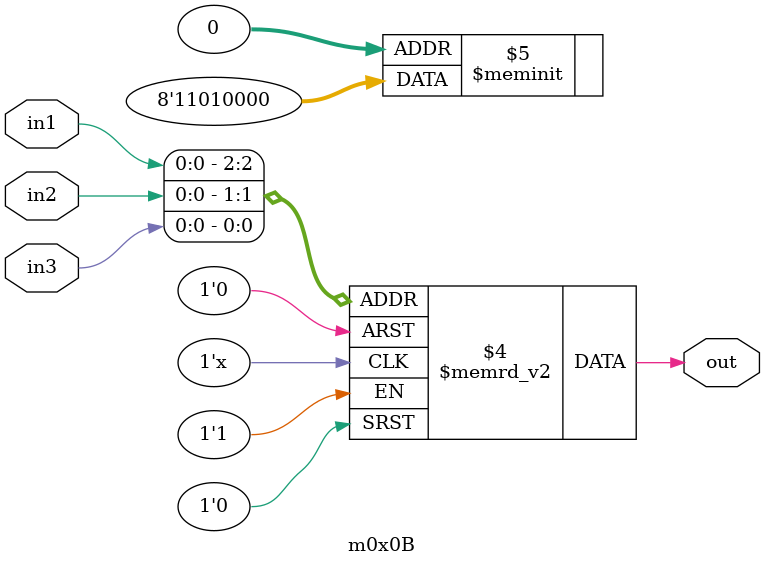
<source format=v>
module m0x0B(output out, input in1, in2, in3);

   always @(in1, in2, in3)
     begin
        case({in1, in2, in3})
          3'b000: {out} = 1'b0;
          3'b001: {out} = 1'b0;
          3'b010: {out} = 1'b0;
          3'b011: {out} = 1'b0;
          3'b100: {out} = 1'b1;
          3'b101: {out} = 1'b0;
          3'b110: {out} = 1'b1;
          3'b111: {out} = 1'b1;
        endcase // case ({in1, in2, in3})
     end // always @ (in1, in2, in3)

endmodule // m0x0B
</source>
